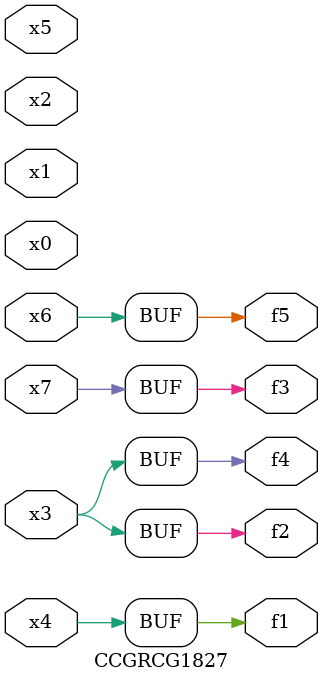
<source format=v>
module CCGRCG1827(
	input x0, x1, x2, x3, x4, x5, x6, x7,
	output f1, f2, f3, f4, f5
);
	assign f1 = x4;
	assign f2 = x3;
	assign f3 = x7;
	assign f4 = x3;
	assign f5 = x6;
endmodule

</source>
